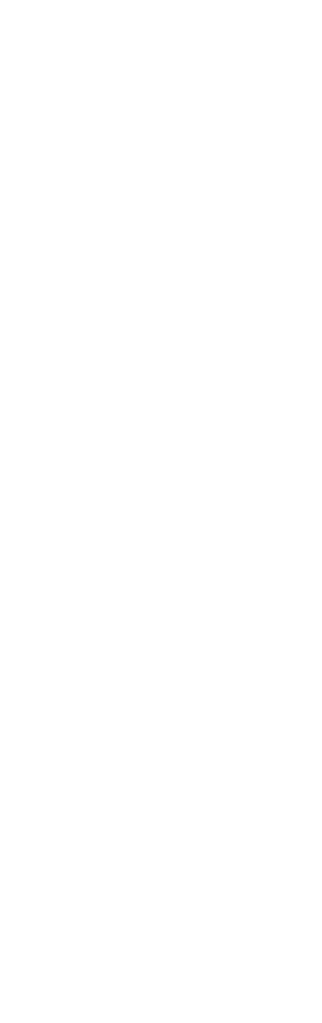
<source format=kicad_pcb>
(kicad_pcb (version 20171130) (host pcbnew "(5.0.1)-4")

  (general
    (thickness 1.6)
    (drawings 20)
    (tracks 0)
    (zones 0)
    (modules 0)
    (nets 1)
  )

  (page A4)
  (layers
    (0 F.Cu signal)
    (31 B.Cu signal)
    (32 B.Adhes user)
    (33 F.Adhes user)
    (34 B.Paste user)
    (35 F.Paste user)
    (36 B.SilkS user)
    (37 F.SilkS user)
    (38 B.Mask user)
    (39 F.Mask user)
    (40 Dwgs.User user)
    (41 Cmts.User user)
    (42 Eco1.User user)
    (43 Eco2.User user)
    (44 Edge.Cuts user)
    (45 Margin user)
    (46 B.CrtYd user)
    (47 F.CrtYd user)
    (48 B.Fab user)
    (49 F.Fab user)
  )

  (setup
    (last_trace_width 0.25)
    (trace_clearance 0.2)
    (zone_clearance 0.508)
    (zone_45_only no)
    (trace_min 0.2)
    (segment_width 0.2)
    (edge_width 0.2)
    (via_size 0.8)
    (via_drill 0.4)
    (via_min_size 0.4)
    (via_min_drill 0.3)
    (uvia_size 0.3)
    (uvia_drill 0.1)
    (uvias_allowed no)
    (uvia_min_size 0.2)
    (uvia_min_drill 0.1)
    (pcb_text_width 0.3)
    (pcb_text_size 1.5 1.5)
    (mod_edge_width 0.15)
    (mod_text_size 1 1)
    (mod_text_width 0.15)
    (pad_size 1.524 1.524)
    (pad_drill 0.762)
    (pad_to_mask_clearance 0.051)
    (solder_mask_min_width 0.25)
    (aux_axis_origin 0 0)
    (visible_elements 7FFFFFFF)
    (pcbplotparams
      (layerselection 0x010f0_ffffffff)
      (usegerberextensions false)
      (usegerberattributes false)
      (usegerberadvancedattributes false)
      (creategerberjobfile false)
      (excludeedgelayer true)
      (linewidth 0.100000)
      (plotframeref false)
      (viasonmask false)
      (mode 1)
      (useauxorigin false)
      (hpglpennumber 1)
      (hpglpenspeed 20)
      (hpglpendiameter 15.000000)
      (psnegative false)
      (psa4output false)
      (plotreference true)
      (plotvalue true)
      (plotinvisibletext false)
      (padsonsilk false)
      (subtractmaskfromsilk false)
      (outputformat 1)
      (mirror false)
      (drillshape 0)
      (scaleselection 1)
      (outputdirectory ""))
  )

  (net 0 "")

  (net_class Default "This is the default net class."
    (clearance 0.2)
    (trace_width 0.25)
    (via_dia 0.8)
    (via_drill 0.4)
    (uvia_dia 0.3)
    (uvia_drill 0.1)
  )

  (gr_circle (center 7.5 125.5) (end 9.1 125.5) (layer Eco2.User) (width 0.2) (tstamp 5EC8A091))
  (gr_circle (center 7.45 3) (end 9.05 3) (layer Eco2.User) (width 0.2))
  (gr_circle (center 8.05 113.2) (end 11.3 113.2) (layer Eco2.User) (width 0.2) (tstamp 5CEF3E14))
  (gr_circle (center 20.45 113.2) (end 23.7 113.2) (layer Eco2.User) (width 0.2) (tstamp 5CEF3DDA))
  (gr_circle (center 32.45 113.2) (end 35.7 113.2) (layer Eco2.User) (width 0.2) (tstamp 5CEF3D99))
  (gr_circle (center 32.45 101.25) (end 35.7 101.25) (layer Eco2.User) (width 0.2) (tstamp 5CEF3D7D))
  (gr_circle (center 32.45 77.35) (end 35.7 77.35) (layer Eco2.User) (width 0.2) (tstamp 5CEF3D0C))
  (gr_circle (center 32.45 89.4) (end 35.7 89.4) (layer Eco2.User) (width 0.2))
  (gr_circle (center 11.45 91.2) (end 15.4 91.2) (layer Eco2.User) (width 0.2) (tstamp 5CEF3C26))
  (gr_circle (center 11.45 71.3) (end 15.4 71.3) (layer Eco2.User) (width 0.2) (tstamp 5CEF3BCF))
  (gr_circle (center 27.4 59.8) (end 31.1 59.8) (layer Eco2.User) (width 0.2))
  (gr_circle (center 9.5 52.5) (end 11.25 52.5) (layer Eco2.User) (width 0.2))
  (gr_circle (center 18.4 39.35) (end 22.35 39.35) (layer Eco2.User) (width 0.2))
  (gr_circle (center 32.35 15.5) (end 35.6 15.5) (layer Eco2.User) (width 0.2) (tstamp 5CEAEF04))
  (gr_circle (center 20.35 15.45) (end 23.6 15.45) (layer Eco2.User) (width 0.2) (tstamp 5CEAEEEB))
  (gr_circle (center 7.85 15.45) (end 11.1 15.45) (layer Eco2.User) (width 0.2))
  (gr_line (start 0 128.5) (end 0 0) (layer Eco2.User) (width 0.2))
  (gr_line (start 40.4 128.5) (end 0 128.5) (layer Eco2.User) (width 0.2))
  (gr_line (start 40.4 0) (end 40.4 128.5) (layer Eco2.User) (width 0.2))
  (gr_line (start 0 0) (end 40.4 0) (layer Eco2.User) (width 0.2))

)

</source>
